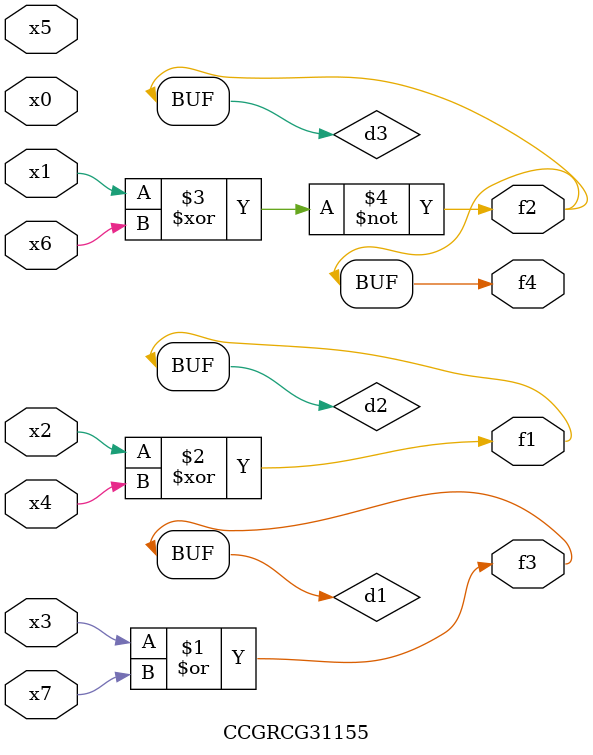
<source format=v>
module CCGRCG31155(
	input x0, x1, x2, x3, x4, x5, x6, x7,
	output f1, f2, f3, f4
);

	wire d1, d2, d3;

	or (d1, x3, x7);
	xor (d2, x2, x4);
	xnor (d3, x1, x6);
	assign f1 = d2;
	assign f2 = d3;
	assign f3 = d1;
	assign f4 = d3;
endmodule

</source>
